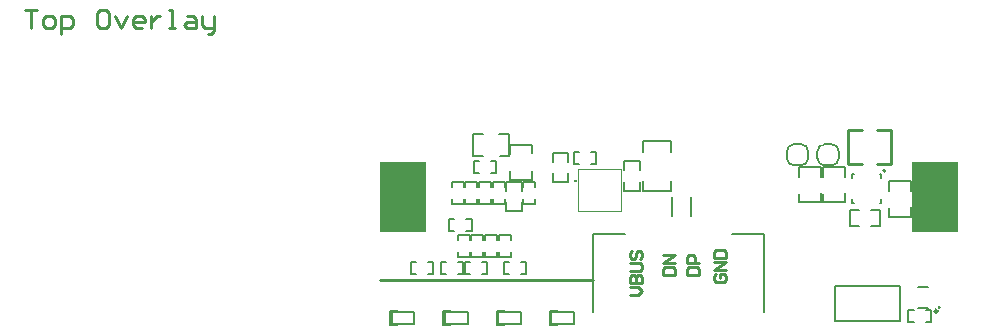
<source format=gto>
G04 Layer_Color=65535*
%FSLAX44Y44*%
%MOMM*%
G71*
G01*
G75*
%ADD34C,0.2540*%
%ADD43C,0.2500*%
%ADD70C,0.1524*%
%ADD73C,0.2000*%
%ADD74C,0.1000*%
%ADD75C,0.1270*%
%ADD76C,0.1500*%
%ADD77R,4.0000X6.0000*%
D34*
X165770Y133500D02*
G03*
X165770Y133500I-500J0D01*
G01*
X473716Y26340D02*
G03*
X473716Y26340I-254J0D01*
G01*
X472465Y23368D02*
G03*
X472465Y23368I-1295J0D01*
G01*
X396252Y177002D02*
X408502D01*
X396252Y148002D02*
X408502D01*
X396252D02*
Y177002D01*
X433250Y148000D02*
Y177000D01*
X421000D02*
X433250D01*
X421000Y148000D02*
X433250D01*
X-300330Y278651D02*
X-290173D01*
X-295252D01*
Y263416D01*
X-282556D02*
X-277477D01*
X-274938Y265955D01*
Y271034D01*
X-277477Y273573D01*
X-282556D01*
X-285095Y271034D01*
Y265955D01*
X-282556Y263416D01*
X-269860Y258338D02*
Y273573D01*
X-262242D01*
X-259703Y271034D01*
Y265955D01*
X-262242Y263416D01*
X-269860D01*
X-231772Y278651D02*
X-236850D01*
X-239390Y276112D01*
Y265955D01*
X-236850Y263416D01*
X-231772D01*
X-229233Y265955D01*
Y276112D01*
X-231772Y278651D01*
X-224154Y273573D02*
X-219076Y263416D01*
X-213998Y273573D01*
X-201302Y263416D02*
X-206380D01*
X-208920Y265955D01*
Y271034D01*
X-206380Y273573D01*
X-201302D01*
X-198763Y271034D01*
Y268494D01*
X-208920D01*
X-193684Y273573D02*
Y263416D01*
Y268494D01*
X-191145Y271034D01*
X-188606Y273573D01*
X-186067D01*
X-178449Y263416D02*
X-173371D01*
X-175910D01*
Y278651D01*
X-178449D01*
X-163214Y273573D02*
X-158136D01*
X-155597Y271034D01*
Y263416D01*
X-163214D01*
X-165753Y265955D01*
X-163214Y268494D01*
X-155597D01*
X-150518Y273573D02*
Y265955D01*
X-147979Y263416D01*
X-140362D01*
Y260877D01*
X-142901Y258338D01*
X-145440D01*
X-140362Y263416D02*
Y273573D01*
X285160Y54777D02*
X283467Y53084D01*
Y49699D01*
X285160Y48006D01*
X291931D01*
X293624Y49699D01*
Y53084D01*
X291931Y54777D01*
X288546D01*
Y51392D01*
X293624Y58163D02*
X283467D01*
X293624Y64934D01*
X283467D01*
Y68319D02*
X293624D01*
Y73398D01*
X291931Y75091D01*
X285160D01*
X283467Y73398D01*
Y68319D01*
X260099Y53848D02*
X270256D01*
Y58926D01*
X268563Y60619D01*
X261792D01*
X260099Y58926D01*
Y53848D01*
X270256Y64005D02*
X260099D01*
Y69083D01*
X261792Y70776D01*
X265178D01*
X266870Y69083D01*
Y64005D01*
X239779Y53848D02*
X249936D01*
Y58926D01*
X248243Y60619D01*
X241472D01*
X239779Y58926D01*
Y53848D01*
X249936Y64005D02*
X239779D01*
X249936Y70776D01*
X239779D01*
X212093Y37338D02*
X218864D01*
X222250Y40724D01*
X218864Y44109D01*
X212093D01*
Y47495D02*
X222250D01*
Y52573D01*
X220557Y54266D01*
X218864D01*
X217172Y52573D01*
Y47495D01*
Y52573D01*
X215479Y54266D01*
X213786D01*
X212093Y52573D01*
Y47495D01*
Y57651D02*
X220557D01*
X222250Y59344D01*
Y62730D01*
X220557Y64423D01*
X212093D01*
X213786Y74579D02*
X212093Y72887D01*
Y69501D01*
X213786Y67808D01*
X215479D01*
X217172Y69501D01*
Y72887D01*
X218864Y74579D01*
X220557D01*
X222250Y72887D01*
Y69501D01*
X220557Y67808D01*
D43*
X0Y50000D02*
X180340D01*
D70*
X10500Y22500D02*
X25000D01*
X10500Y12500D02*
Y22500D01*
Y12500D02*
X25000D01*
X29500D01*
Y22500D01*
X25000D02*
X29500D01*
X79234Y173080D02*
X87234D01*
X79234Y154580D02*
X87234D01*
X101734D02*
X109234D01*
X101234Y173080D02*
X109234D01*
X79234Y154580D02*
Y173080D01*
X109234Y154580D02*
Y173080D01*
X247000Y125000D02*
Y133500D01*
Y158500D02*
Y167000D01*
X223000Y158500D02*
Y167000D01*
Y125000D02*
X247000D01*
X223000Y167000D02*
X247000D01*
X223000Y125000D02*
Y133500D01*
X119554Y65198D02*
X124054D01*
Y55198D02*
Y65198D01*
X119554Y55198D02*
X124054D01*
X105054D02*
X109554D01*
X105054D02*
Y65198D01*
X109554D01*
X145500Y22500D02*
X160000D01*
X145500Y12500D02*
Y22500D01*
Y12500D02*
X160000D01*
X164500D01*
Y22500D01*
X160000D02*
X164500D01*
X100500D02*
X115000D01*
X100500Y12500D02*
Y22500D01*
Y12500D02*
X115000D01*
X119500D01*
Y22500D01*
X115000D02*
X119500D01*
X55500D02*
X70000D01*
X55500Y12500D02*
Y22500D01*
Y12500D02*
X70000D01*
X74500D01*
Y22500D01*
X70000D02*
X74500D01*
X178736Y157908D02*
X183236D01*
Y147908D02*
Y157908D01*
X178736Y147908D02*
X183236D01*
X164236D02*
X168736D01*
X164236D02*
Y157908D01*
X168736D01*
X131492Y113944D02*
Y118444D01*
X121492Y113944D02*
X131492D01*
X121492D02*
Y118444D01*
Y128444D02*
Y132944D01*
X131492D01*
Y128444D02*
Y132944D01*
X99488Y69240D02*
Y73740D01*
X89488Y69240D02*
X99488D01*
X89488D02*
Y73740D01*
Y83740D02*
Y88240D01*
X99488D01*
Y83740D02*
Y88240D01*
X111172Y69240D02*
Y73740D01*
X101172Y69240D02*
X111172D01*
X101172D02*
Y73740D01*
Y83740D02*
Y88240D01*
X111172D01*
Y83740D02*
Y88240D01*
X61040Y128444D02*
Y132944D01*
X71040D01*
Y128444D02*
Y132944D01*
Y113944D02*
Y118444D01*
X61040Y113944D02*
X71040D01*
X61040D02*
Y118444D01*
X66120Y83740D02*
Y88240D01*
X76120D01*
Y83740D02*
Y88240D01*
Y69240D02*
Y73740D01*
X66120Y69240D02*
X76120D01*
X66120D02*
Y73740D01*
X87804Y69240D02*
Y73740D01*
X77804Y69240D02*
X87804D01*
X77804D02*
Y73740D01*
Y83740D02*
Y88240D01*
X87804D01*
Y83740D02*
Y88240D01*
X462200Y24304D02*
X466700D01*
Y14304D02*
Y24304D01*
X462200Y14304D02*
X466700D01*
X447700D02*
X452200D01*
X447700D02*
Y24304D01*
X452200D01*
X72288Y55198D02*
X76788D01*
X72288D02*
Y65198D01*
X76788D01*
X86788D02*
X91288D01*
Y55198D02*
Y65198D01*
X86788Y55198D02*
X91288D01*
X66214Y65198D02*
X70714D01*
Y55198D02*
Y65198D01*
X66214Y55198D02*
X70714D01*
X51714D02*
X56214D01*
X51714D02*
Y65198D01*
X56214D01*
X26568Y55198D02*
X31068D01*
X26568D02*
Y65198D01*
X31068D01*
X41068D02*
X45568D01*
Y55198D02*
Y65198D01*
X41068Y55198D02*
X45568D01*
X79908Y140542D02*
X84408D01*
X79908D02*
Y150542D01*
X84408D01*
X94408D02*
X98908D01*
Y140542D02*
Y150542D01*
X94408Y140542D02*
X98908D01*
X96092Y128444D02*
Y132944D01*
X106092D01*
Y128444D02*
Y132944D01*
Y113944D02*
Y118444D01*
X96092Y113944D02*
X106092D01*
X96092D02*
Y118444D01*
X84408Y128444D02*
Y132944D01*
X94408D01*
Y128444D02*
Y132944D01*
Y113944D02*
Y118444D01*
X84408Y113944D02*
X94408D01*
X84408D02*
Y118444D01*
X72724Y128444D02*
Y132944D01*
X82724D01*
Y128444D02*
Y132944D01*
Y113944D02*
Y118444D01*
X72724Y113944D02*
X82724D01*
X72724D02*
Y118444D01*
X159912Y132534D02*
Y140034D01*
X146412Y132534D02*
X159912D01*
X146412D02*
Y140034D01*
Y150034D02*
Y157534D01*
X159912D01*
Y150034D02*
Y157534D01*
X220750Y125500D02*
Y133000D01*
X207250Y125500D02*
X220750D01*
X207250D02*
Y133000D01*
Y143000D02*
Y150500D01*
X220750D01*
Y143000D02*
Y150500D01*
X398472Y95104D02*
X405972D01*
X398472D02*
Y108604D01*
X405972D01*
X415972D02*
X423472D01*
Y95104D02*
Y108604D01*
X415972Y95104D02*
X423472D01*
X375250Y115354D02*
X393750D01*
X375250Y145354D02*
X393750D01*
Y115354D02*
Y123354D01*
X375250Y115354D02*
Y122854D01*
Y137354D02*
Y145354D01*
X393750Y137354D02*
Y145354D01*
X355000Y115354D02*
X373500D01*
X355000Y145354D02*
X373500D01*
Y115354D02*
Y123354D01*
X355000Y115354D02*
Y122854D01*
Y137354D02*
Y145354D01*
X373500Y137354D02*
Y145354D01*
X431500Y103250D02*
X450000D01*
X431500Y133250D02*
X450000D01*
Y103250D02*
Y111250D01*
X431500Y103250D02*
Y110750D01*
Y125250D02*
Y133250D01*
X450000Y125250D02*
Y133250D01*
X107042Y125396D02*
Y132896D01*
X120542D01*
Y125396D02*
Y132896D01*
Y107896D02*
Y115396D01*
X107042Y107896D02*
X120542D01*
X107042D02*
Y115396D01*
X73326Y91012D02*
X77826D01*
Y101012D01*
X73326D02*
X77826D01*
X58826D02*
X63326D01*
X58826Y91012D02*
Y101012D01*
Y91012D02*
X63326D01*
X110638Y164352D02*
X129138D01*
X110638Y134352D02*
X129138D01*
X110638Y156352D02*
Y164352D01*
X129138Y156852D02*
Y164352D01*
Y134352D02*
Y142352D01*
X110638Y134352D02*
Y142352D01*
D73*
X428250Y142250D02*
G03*
X428250Y142250I-1000J0D01*
G01*
X388730Y158702D02*
G03*
X382730Y164702I-6000J0D01*
G01*
X370730Y152702D02*
G03*
X376730Y146702I6000J0D01*
G01*
Y164702D02*
G03*
X370730Y158702I0J-6000D01*
G01*
X382730Y146702D02*
G03*
X388730Y152702I0J6000D01*
G01*
X356822Y146702D02*
G03*
X362822Y152702I0J6000D01*
G01*
X350822Y164702D02*
G03*
X344822Y158702I0J-6000D01*
G01*
X362822D02*
G03*
X356822Y164702I-6000J0D01*
G01*
X344822Y152702D02*
G03*
X350822Y146702I6000J0D01*
G01*
X388730Y152702D02*
Y158702D01*
X370730Y152702D02*
Y158702D01*
X376730Y164702D02*
X382730D01*
X376730Y146702D02*
X382730D01*
X455936Y44120D02*
X463936D01*
X455936Y26340D02*
X463936D01*
X440500Y15000D02*
Y44750D01*
X385500Y15000D02*
Y44750D01*
X440500D01*
X385500Y15000D02*
X403000D01*
X423000D02*
X440500D01*
X403000D02*
X423000D01*
X298750Y88500D02*
X325750D01*
Y23000D02*
Y88500D01*
X180750Y22250D02*
Y88500D01*
X207500D01*
X350822Y146702D02*
X356822D01*
X350822Y164702D02*
X356822D01*
X362822Y152702D02*
Y158702D01*
X344822Y152702D02*
Y158702D01*
D74*
X248020Y100518D02*
G03*
X248020Y100518I-500J0D01*
G01*
X176270Y108000D02*
X204270D01*
Y144000D01*
X168270D02*
X204270D01*
X168270Y108000D02*
Y144000D01*
Y108000D02*
X176270D01*
D75*
X423250Y139750D02*
X424750D01*
X399750D02*
X401250D01*
X423250Y114750D02*
X424750D01*
X399750D02*
X401250D01*
X424750Y136250D02*
Y139750D01*
X399750Y136250D02*
Y139750D01*
X424750Y114750D02*
Y118250D01*
X399750Y114750D02*
Y118250D01*
X247270Y104268D02*
Y120268D01*
X263270Y104268D02*
Y120268D01*
D76*
X9000Y12500D02*
Y23500D01*
X15000D01*
X16000Y22500D01*
X9000Y11500D02*
Y12500D01*
Y11500D02*
X15000D01*
X16000Y12500D01*
X9000D02*
X10500D01*
X10000Y22500D02*
X10500D01*
X144000Y12500D02*
Y23500D01*
X150000D01*
X151000Y22500D01*
X144000Y11500D02*
Y12500D01*
Y11500D02*
X150000D01*
X151000Y12500D01*
X144000D02*
X145500D01*
X145000Y22500D02*
X145500D01*
X99000Y12500D02*
Y23500D01*
X105000D01*
X106000Y22500D01*
X99000Y11500D02*
Y12500D01*
Y11500D02*
X105000D01*
X106000Y12500D01*
X99000D02*
X100500D01*
X100000Y22500D02*
X100500D01*
X54000Y12500D02*
Y23500D01*
X60000D01*
X61000Y22500D01*
X54000Y11500D02*
Y12500D01*
Y11500D02*
X60000D01*
X61000Y12500D01*
X54000D02*
X55500D01*
X55000Y22500D02*
X55500D01*
D77*
X470000Y120000D02*
D03*
X20000Y120000D02*
D03*
M02*

</source>
